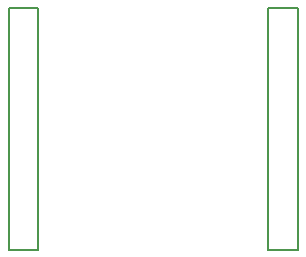
<source format=gbr>
G04 DipTrace 2.4.0.2*
%INBottomSilk.gbr*%
%MOMM*%
%ADD16C,0.203*%
%FSLAX53Y53*%
G04*
G71*
G90*
G75*
G01*
%LNBotSilk*%
%LPD*%
X31266Y6471D2*
D16*
X33765D1*
Y26970D1*
X31266D1*
Y6471D2*
Y26970D1*
X11764Y6471D2*
X9265D1*
Y26970D1*
X11764D1*
Y6471D2*
Y26970D1*
M02*

</source>
